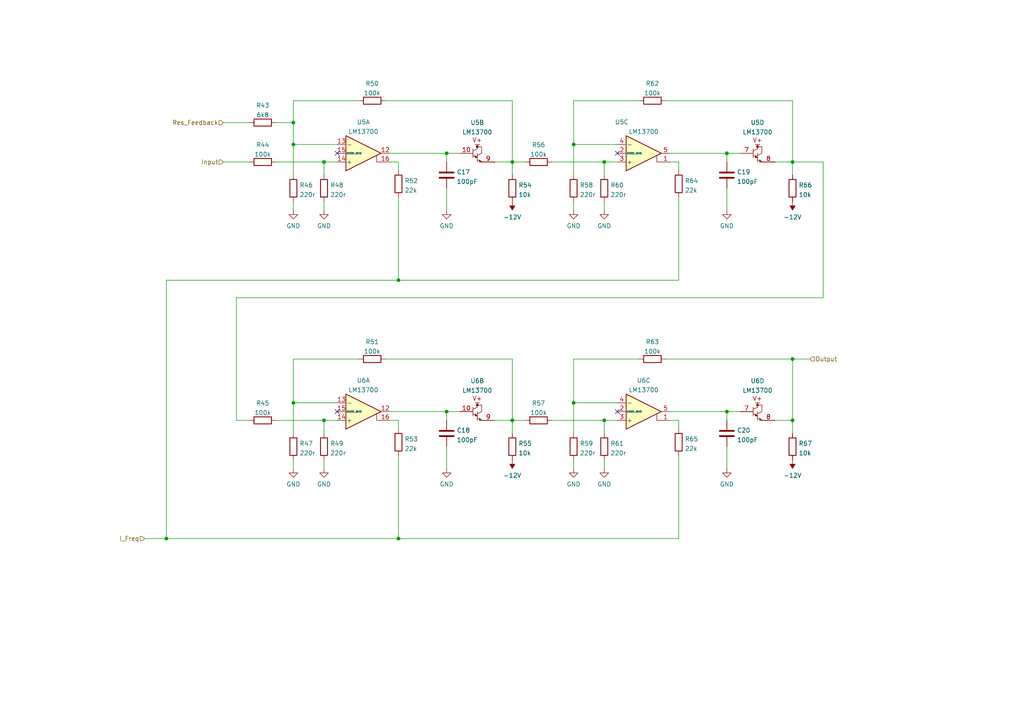
<source format=kicad_sch>
(kicad_sch (version 20211123) (generator eeschema)
  (paper "A4")
  (title_block (title "Magnum Percussion Instrument") (date "2022-06-15") (rev "r03") (comment 2 "creativecommons.org/licenses/by/4.0/") (comment 3 "License: CC BY 4.0") (comment 4 "Author: Guy John"))
  (lib_symbols
    (symbol "Amplifier_Operational:LM13700" (pin_names (offset 0.127))
      (property "Reference" "U" (at 3.81 5.08 0))
      (property "Value" "LM13700" (at 5.08 -5.08 0))
      (symbol "LM13700_1_1"
        (polyline (pts (xy 3.81 -0.635) (xy 3.81 -2.54) (xy 5.08 -2.54)))
        (polyline (pts (xy 5.08 0) (xy -5.08 -5.08) (xy -5.08 5.08) (xy 5.08 0)) (stroke (width 0.254)) (fill (type background)))
        (pin output line (at 7.62 0 180) (length 2.54) (name "~") (number "12"))
        (pin input line (at -7.62 2.54 0) (length 2.54) (name "-") (number "13"))
        (pin input line (at -7.62 -2.54 0) (length 2.54) (name "+") (number "14"))
        (pin input line (at -7.62 0 0) (length 2.54) (name "DIODE_BIAS") (number "15"))
        (pin input line (at 7.62 -2.54 180) (length 2.54) (name "~") (number "16"))
      )
      (symbol "LM13700_2_0"
        (polyline (pts (xy -1.905 2.54) (xy -3.175 2.54)))
      )
      (symbol "LM13700_2_1"
        (circle (center -2.54 1.905) (radius 0.254) (stroke (width 0.254)) (fill (type outline)))
        (polyline (pts (xy -3.81 -0.635) (xy -2.54 -1.27)))
        (polyline (pts (xy -3.81 1.27) (xy -3.81 -1.27)))
        (polyline (pts (xy -2.54 -1.905) (xy -1.27 -2.54)))
        (polyline (pts (xy -2.54 0) (xy -2.54 -2.54)))
        (polyline (pts (xy -3.81 0.635) (xy -2.54 1.27) (xy -2.54 1.905) (xy -2.54 2.54)))
        (polyline (pts (xy -2.54 -1.27) (xy -3.175 -0.635) (xy -3.175 -1.27) (xy -2.54 -1.27)) (fill (type outline)))
        (polyline (pts (xy -2.54 -0.635) (xy -1.27 0) (xy -1.27 1.905) (xy -2.54 1.905)))
        (polyline (pts (xy -1.27 -2.54) (xy -1.905 -1.905) (xy -1.905 -2.54) (xy -1.27 -2.54)) (fill (type outline)))
        (text "V+" (at -2.54 3.81 0) (effects (font (size 1.27 1.27))))
        (pin input line (at -7.62 0 0) (length 3.81) (name "~") (number "10"))
        (pin output line (at 2.54 -2.54 180) (length 3.81) (name "~") (number "9"))
      )
      (symbol "LM13700_3_1"
        (polyline (pts (xy 3.81 -0.635) (xy 3.81 -2.54) (xy 5.08 -2.54)))
        (polyline (pts (xy 5.08 0) (xy -5.08 -5.08) (xy -5.08 5.08) (xy 5.08 0)) (stroke (width 0.254)) (fill (type background)))
        (pin input line (at 7.62 -2.54 180) (length 2.54) (name "~") (number "1"))
        (pin input line (at -7.62 0 0) (length 2.54) (name "DIODE_BIAS") (number "2"))
        (pin input line (at -7.62 -2.54 0) (length 2.54) (name "+") (number "3"))
        (pin input line (at -7.62 2.54 0) (length 2.54) (name "-") (number "4"))
        (pin output line (at 7.62 0 180) (length 2.54) (name "~") (number "5"))
      )
      (symbol "LM13700_4_0"
        (polyline (pts (xy -3.175 2.54) (xy -1.905 2.54)))
        (text "V+" (at -2.54 3.81 0) (effects (font (size 1.27 1.27))))
      )
      (symbol "LM13700_4_1"
        (circle (center -2.54 1.905) (radius 0.254) (stroke (width 0.254)) (fill (type outline)))
        (polyline (pts (xy -3.81 -0.635) (xy -2.54 -1.27)))
        (polyline (pts (xy -3.81 1.27) (xy -3.81 -1.27)))
        (polyline (pts (xy -2.54 -1.905) (xy -1.27 -2.54)))
        (polyline (pts (xy -2.54 0) (xy -2.54 -2.54)))
        (polyline (pts (xy -3.81 0.635) (xy -2.54 1.27) (xy -2.54 2.54)))
        (polyline (pts (xy -2.54 -1.27) (xy -3.175 -0.635) (xy -3.175 -1.27) (xy -2.54 -1.27)) (fill (type outline)))
        (polyline (pts (xy -2.54 -0.635) (xy -1.27 0) (xy -1.27 1.905) (xy -2.54 1.905)))
        (polyline (pts (xy -1.27 -2.54) (xy -1.905 -1.905) (xy -1.905 -2.54) (xy -1.27 -2.54)) (fill (type outline)))
        (pin input line (at -7.62 0 0) (length 3.81) (name "~") (number "7"))
        (pin output line (at 2.54 -2.54 180) (length 3.81) (name "~") (number "8"))
      )
      (symbol "LM13700_5_1"
        (pin power_in line (at -2.54 7.62 270) (length 3.81) (name "V+") (number "11"))
        (pin power_in line (at -2.54 -7.62 90) (length 3.81) (name "V-") (number "6"))
      )
    )
    (symbol "Device:C" (pin_numbers hide) (pin_names (offset 0.254))
      (property "Reference" "C" (at 0.635 2.54 0))
      (property "Value" "C" (at 0.635 -2.54 0))
      (symbol "C_0_1"
        (polyline (pts (xy -2.032 -0.762) (xy 2.032 -0.762)) (stroke (width 0.508)))
        (polyline (pts (xy -2.032 0.762) (xy 2.032 0.762)) (stroke (width 0.508)))
      )
      (symbol "C_1_1"
        (pin passive line (at 0 3.81 270) (length 2.794) (name "~") (number "1"))
        (pin passive line (at 0 -3.81 90) (length 2.794) (name "~") (number "2"))
      )
    )
    (symbol "Device:R" (pin_numbers hide) (pin_names (offset 0))
      (property "Reference" "R" (at 2.032 0 90))
      (property "Value" "R" (at 0 0 90))
      (symbol "R_0_1"
        (rectangle (start -1.016 -2.54) (end 1.016 2.54) (stroke (width 0.254)))
      )
      (symbol "R_1_1"
        (pin passive line (at 0 3.81 270) (length 1.27) (name "~") (number "1"))
        (pin passive line (at 0 -3.81 90) (length 1.27) (name "~") (number "2"))
      )
    )
    (symbol "power:-12V" (power) (pin_names (offset 0))
      (property "Value" "-12V" (at 0 3.81 0))
      (symbol "-12V_0_0"
        (pin power_in line (at 0 0 90) (length 0) hide (name "-12V") (number "1"))
      )
      (symbol "-12V_0_1"
        (polyline (pts (xy 0 0) (xy 0 1.27) (xy 0.762 1.27) (xy 0 2.54) (xy -0.762 1.27) (xy 0 1.27)) (fill (type outline)))
      )
    )
    (symbol "power:GND" (power) (pin_names (offset 0))
      (property "Value" "GND" (at 0 -3.81 0))
      (symbol "GND_0_1"
        (polyline (pts (xy 0 0) (xy 0 -1.27) (xy 1.27 -1.27) (xy 0 -2.54) (xy -1.27 -1.27) (xy 0 -1.27)))
      )
      (symbol "GND_1_1"
        (pin power_in line (at 0 0 270) (length 0) hide (name "GND") (number "1"))
      )
    )
  )
  (junction (at 93.98 121.92))
  (junction (at 148.59 46.99))
  (junction (at 85.09 35.56))
  (junction (at 166.37 41.91))
  (junction (at 85.09 116.84))
  (junction (at 229.87 121.92))
  (junction (at 129.54 119.38))
  (junction (at 175.26 121.92))
  (junction (at 48.26 156.21))
  (junction (at 175.26 46.99))
  (junction (at 115.57 81.28))
  (junction (at 166.37 116.84))
  (junction (at 210.82 119.38))
  (junction (at 115.57 156.21))
  (junction (at 129.54 44.45))
  (junction (at 229.87 46.99))
  (junction (at 229.87 104.14))
  (junction (at 85.09 41.91))
  (junction (at 148.59 121.92))
  (junction (at 93.98 46.99))
  (junction (at 210.82 44.45))
  (no_connect (at 179.07 119.38))
  (no_connect (at 97.79 119.38))
  (no_connect (at 179.07 44.45))
  (no_connect (at 97.79 44.45))
  (wire (pts (xy 115.57 46.99) (xy 115.57 49.53)))
  (wire (pts (xy 115.57 132.08) (xy 115.57 156.21)))
  (wire (pts (xy 210.82 44.45) (xy 210.82 46.99)))
  (wire (pts (xy 166.37 29.21) (xy 185.42 29.21)))
  (wire (pts (xy 175.26 121.92) (xy 175.26 125.73)))
  (wire (pts (xy 196.85 121.92) (xy 196.85 124.46)))
  (wire (pts (xy 129.54 119.38) (xy 133.35 119.38)))
  (wire (pts (xy 196.85 46.99) (xy 196.85 49.53)))
  (wire (pts (xy 229.87 46.99) (xy 238.76 46.99)))
  (wire (pts (xy 143.51 46.99) (xy 148.59 46.99)))
  (wire (pts (xy 166.37 133.35) (xy 166.37 135.89)))
  (wire (pts (xy 175.26 133.35) (xy 175.26 135.89)))
  (wire (pts (xy 148.59 46.99) (xy 148.59 50.8)))
  (wire (pts (xy 93.98 121.92) (xy 93.98 125.73)))
  (wire (pts (xy 196.85 132.08) (xy 196.85 156.21)))
  (wire (pts (xy 175.26 46.99) (xy 175.26 50.8)))
  (wire (pts (xy 194.31 44.45) (xy 210.82 44.45)))
  (wire (pts (xy 113.03 121.92) (xy 115.57 121.92)))
  (wire (pts (xy 148.59 29.21) (xy 148.59 46.99)))
  (wire (pts (xy 85.09 125.73) (xy 85.09 116.84)))
  (wire (pts (xy 210.82 44.45) (xy 214.63 44.45)))
  (wire (pts (xy 193.04 104.14) (xy 229.87 104.14)))
  (wire (pts (xy 93.98 133.35) (xy 93.98 135.89)))
  (wire (pts (xy 238.76 46.99) (xy 238.76 86.36)))
  (wire (pts (xy 166.37 41.91) (xy 166.37 29.21)))
  (wire (pts (xy 179.07 46.99) (xy 175.26 46.99)))
  (wire (pts (xy 93.98 58.42) (xy 93.98 60.96)))
  (wire (pts (xy 194.31 121.92) (xy 196.85 121.92)))
  (wire (pts (xy 113.03 119.38) (xy 129.54 119.38)))
  (wire (pts (xy 175.26 58.42) (xy 175.26 60.96)))
  (wire (pts (xy 129.54 44.45) (xy 129.54 46.99)))
  (wire (pts (xy 143.51 121.92) (xy 148.59 121.92)))
  (wire (pts (xy 85.09 58.42) (xy 85.09 60.96)))
  (wire (pts (xy 85.09 116.84) (xy 97.79 116.84)))
  (wire (pts (xy 229.87 29.21) (xy 229.87 46.99)))
  (wire (pts (xy 64.77 46.99) (xy 72.39 46.99)))
  (wire (pts (xy 85.09 133.35) (xy 85.09 135.89)))
  (wire (pts (xy 166.37 116.84) (xy 166.37 104.14)))
  (wire (pts (xy 48.26 81.28) (xy 115.57 81.28)))
  (wire (pts (xy 210.82 129.54) (xy 210.82 135.89)))
  (wire (pts (xy 80.01 121.92) (xy 93.98 121.92)))
  (wire (pts (xy 166.37 116.84) (xy 179.07 116.84)))
  (wire (pts (xy 129.54 44.45) (xy 133.35 44.45)))
  (wire (pts (xy 194.31 46.99) (xy 196.85 46.99)))
  (wire (pts (xy 48.26 156.21) (xy 115.57 156.21)))
  (wire (pts (xy 229.87 104.14) (xy 229.87 121.92)))
  (wire (pts (xy 85.09 29.21) (xy 104.14 29.21)))
  (wire (pts (xy 196.85 57.15) (xy 196.85 81.28)))
  (wire (pts (xy 97.79 121.92) (xy 93.98 121.92)))
  (wire (pts (xy 85.09 41.91) (xy 97.79 41.91)))
  (wire (pts (xy 129.54 54.61) (xy 129.54 60.96)))
  (wire (pts (xy 166.37 125.73) (xy 166.37 116.84)))
  (wire (pts (xy 148.59 121.92) (xy 152.4 121.92)))
  (wire (pts (xy 210.82 119.38) (xy 214.63 119.38)))
  (wire (pts (xy 129.54 129.54) (xy 129.54 135.89)))
  (wire (pts (xy 85.09 104.14) (xy 104.14 104.14)))
  (wire (pts (xy 85.09 29.21) (xy 85.09 35.56)))
  (wire (pts (xy 179.07 121.92) (xy 175.26 121.92)))
  (wire (pts (xy 115.57 57.15) (xy 115.57 81.28)))
  (wire (pts (xy 68.58 86.36) (xy 68.58 121.92)))
  (wire (pts (xy 229.87 121.92) (xy 229.87 125.73)))
  (wire (pts (xy 111.76 29.21) (xy 148.59 29.21)))
  (wire (pts (xy 160.02 121.92) (xy 175.26 121.92)))
  (wire (pts (xy 68.58 121.92) (xy 72.39 121.92)))
  (wire (pts (xy 148.59 104.14) (xy 148.59 121.92)))
  (wire (pts (xy 111.76 104.14) (xy 148.59 104.14)))
  (wire (pts (xy 48.26 81.28) (xy 48.26 156.21)))
  (wire (pts (xy 80.01 46.99) (xy 93.98 46.99)))
  (wire (pts (xy 160.02 46.99) (xy 175.26 46.99)))
  (wire (pts (xy 93.98 46.99) (xy 93.98 50.8)))
  (wire (pts (xy 148.59 121.92) (xy 148.59 125.73)))
  (wire (pts (xy 210.82 54.61) (xy 210.82 60.96)))
  (wire (pts (xy 166.37 41.91) (xy 179.07 41.91)))
  (wire (pts (xy 193.04 29.21) (xy 229.87 29.21)))
  (wire (pts (xy 194.31 119.38) (xy 210.82 119.38)))
  (wire (pts (xy 113.03 44.45) (xy 129.54 44.45)))
  (wire (pts (xy 48.26 156.21) (xy 41.91 156.21)))
  (wire (pts (xy 148.59 46.99) (xy 152.4 46.99)))
  (wire (pts (xy 229.87 46.99) (xy 229.87 50.8)))
  (wire (pts (xy 115.57 81.28) (xy 196.85 81.28)))
  (wire (pts (xy 113.03 46.99) (xy 115.57 46.99)))
  (wire (pts (xy 238.76 86.36) (xy 68.58 86.36)))
  (wire (pts (xy 166.37 104.14) (xy 185.42 104.14)))
  (wire (pts (xy 85.09 41.91) (xy 85.09 50.8)))
  (wire (pts (xy 166.37 50.8) (xy 166.37 41.91)))
  (wire (pts (xy 224.79 121.92) (xy 229.87 121.92)))
  (wire (pts (xy 80.01 35.56) (xy 85.09 35.56)))
  (wire (pts (xy 115.57 156.21) (xy 196.85 156.21)))
  (wire (pts (xy 85.09 35.56) (xy 85.09 41.91)))
  (wire (pts (xy 210.82 119.38) (xy 210.82 121.92)))
  (wire (pts (xy 129.54 119.38) (xy 129.54 121.92)))
  (wire (pts (xy 97.79 46.99) (xy 93.98 46.99)))
  (wire (pts (xy 166.37 58.42) (xy 166.37 60.96)))
  (wire (pts (xy 115.57 121.92) (xy 115.57 124.46)))
  (wire (pts (xy 229.87 104.14) (xy 234.95 104.14)))
  (wire (pts (xy 64.77 35.56) (xy 72.39 35.56)))
  (wire (pts (xy 85.09 116.84) (xy 85.09 104.14)))
  (wire (pts (xy 224.79 46.99) (xy 229.87 46.99)))
  (hierarchical_label "Output" (shape input) (at 234.95 104.14 0))
  (hierarchical_label "I_Freq" (shape input) (at 41.91 156.21 180))
  (hierarchical_label "Res_Feedback" (shape input) (at 64.77 35.56 180))
  (hierarchical_label "Input" (shape input) (at 64.77 46.99 180))
  (symbol (lib_id "Device:R") (at 189.23 29.21 90) (unit 1)
    (property "Reference" "R62" (at 189.23 24.2275 90))
    (property "Value" "100k" (at 189.23 27.0026 90))
    (property "Footprint" "rumblesan-standard-parts:R_Axial_DIN0207_L6.3mm_D2.5mm_P10.16mm_Horizontal" (effects hide))
    (property "Tolerance" "1%" (effects hide))
  )
  (symbol (lib_id "Amplifier_Operational:LM13700") (at 222.25 119.38 0) (unit 4)
    (property "Reference" "U6" (at 219.71 110.4699 0))
    (property "Value" "LM13700" (at 219.71 113.245 0))
    (property "Footprint" "rumblesan-standard-parts:DIP-16_W7.62mm_Socket" (effects hide))
    (property "Datasheet" "http://www.ti.com/lit/ds/symlink/lm13700.pdf" (effects hide))
  )
  (symbol (lib_id "Device:R") (at 115.57 128.27 0) (unit 1)
    (property "Reference" "R53" (at 117.348 127.3615 0) (effects (justify left)))
    (property "Value" "22k" (at 117.348 130.1366 0) (effects (justify left)))
    (property "Footprint" "rumblesan-standard-parts:R_Axial_DIN0207_L6.3mm_D2.5mm_P10.16mm_Horizontal" (effects hide))
    (property "Tolerance" "1%" (effects hide))
  )
  (symbol (lib_id "Device:R") (at 148.59 129.54 0) (unit 1)
    (property "Reference" "R55" (at 150.368 128.6315 0) (effects (justify left)))
    (property "Value" "10k" (at 150.368 131.4066 0) (effects (justify left)))
    (property "Footprint" "rumblesan-standard-parts:R_Axial_DIN0207_L6.3mm_D2.5mm_P10.16mm_Horizontal" (effects hide))
    (property "Tolerance" "1%" (effects hide))
  )
  (symbol (lib_id "power:GND") (at 129.54 135.89 0) (unit 1)
    (property "Reference" "#PWR073" (effects hide))
    (property "Value" "GND" (at 129.54 140.4525 0))
  )
  (symbol (lib_id "Device:R") (at 76.2 121.92 90) (unit 1)
    (property "Reference" "R45" (at 76.2 116.9375 90))
    (property "Value" "100k" (at 76.2 119.7126 90))
    (property "Footprint" "rumblesan-standard-parts:R_Axial_DIN0207_L6.3mm_D2.5mm_P10.16mm_Horizontal" (effects hide))
    (property "Tolerance" "1%" (effects hide))
  )
  (symbol (lib_id "power:-12V") (at 148.59 133.35 180) (unit 1)
    (property "Reference" "#PWR075" (effects hide))
    (property "Value" "-12V" (at 148.59 137.9125 0))
  )
  (symbol (lib_id "Device:R") (at 115.57 53.34 0) (unit 1)
    (property "Reference" "R52" (at 117.348 52.4315 0) (effects (justify left)))
    (property "Value" "22k" (at 117.348 55.2066 0) (effects (justify left)))
    (property "Footprint" "rumblesan-standard-parts:R_Axial_DIN0207_L6.3mm_D2.5mm_P10.16mm_Horizontal" (effects hide))
    (property "Tolerance" "1%" (effects hide))
  )
  (symbol (lib_id "power:GND") (at 210.82 135.89 0) (unit 1)
    (property "Reference" "#PWR081" (effects hide))
    (property "Value" "GND" (at 210.82 140.4525 0))
  )
  (symbol (lib_id "power:GND") (at 129.54 60.96 0) (unit 1)
    (property "Reference" "#PWR072" (effects hide))
    (property "Value" "GND" (at 129.54 65.5225 0))
  )
  (symbol (lib_id "power:GND") (at 85.09 135.89 0) (unit 1)
    (property "Reference" "#PWR069" (effects hide))
    (property "Value" "GND" (at 85.09 140.4525 0))
  )
  (symbol (lib_id "power:-12V") (at 148.59 58.42 180) (unit 1)
    (property "Reference" "#PWR074" (effects hide))
    (property "Value" "-12V" (at 148.59 62.9825 0))
  )
  (symbol (lib_id "Device:R") (at 156.21 46.99 90) (unit 1)
    (property "Reference" "R56" (at 156.21 42.0075 90))
    (property "Value" "100k" (at 156.21 44.7826 90))
    (property "Footprint" "rumblesan-standard-parts:R_Axial_DIN0207_L6.3mm_D2.5mm_P10.16mm_Horizontal" (effects hide))
    (property "Tolerance" "1%" (effects hide))
  )
  (symbol (lib_id "power:GND") (at 166.37 135.89 0) (unit 1)
    (property "Reference" "#PWR077" (effects hide))
    (property "Value" "GND" (at 166.37 140.4525 0))
  )
  (symbol (lib_id "Device:R") (at 85.09 54.61 0) (unit 1)
    (property "Reference" "R46" (at 86.868 53.7015 0) (effects (justify left)))
    (property "Value" "220r" (at 86.868 56.4766 0) (effects (justify left)))
    (property "Footprint" "rumblesan-standard-parts:R_Axial_DIN0207_L6.3mm_D2.5mm_P10.16mm_Horizontal" (effects hide))
    (property "Tolerance" "1%" (effects hide))
  )
  (symbol (lib_id "Device:R") (at 93.98 54.61 0) (unit 1)
    (property "Reference" "R48" (at 95.758 53.7015 0) (effects (justify left)))
    (property "Value" "220r" (at 95.758 56.4766 0) (effects (justify left)))
    (property "Footprint" "rumblesan-standard-parts:R_Axial_DIN0207_L6.3mm_D2.5mm_P10.16mm_Horizontal" (effects hide))
    (property "Tolerance" "1%" (effects hide))
  )
  (symbol (lib_id "Device:R") (at 76.2 35.56 90) (unit 1)
    (property "Reference" "R43" (at 76.2 30.5775 90))
    (property "Value" "6k8" (at 76.2 33.3526 90))
    (property "Footprint" "rumblesan-standard-parts:R_Axial_DIN0207_L6.3mm_D2.5mm_P10.16mm_Horizontal" (effects hide))
    (property "Tolerance" "1%" (effects hide))
  )
  (symbol (lib_id "Device:R") (at 107.95 104.14 90) (unit 1)
    (property "Reference" "R51" (at 107.95 99.1575 90))
    (property "Value" "100k" (at 107.95 101.9326 90))
    (property "Footprint" "rumblesan-standard-parts:R_Axial_DIN0207_L6.3mm_D2.5mm_P10.16mm_Horizontal" (effects hide))
    (property "Tolerance" "1%" (effects hide))
  )
  (symbol (lib_id "Device:R") (at 156.21 121.92 90) (unit 1)
    (property "Reference" "R57" (at 156.21 116.9375 90))
    (property "Value" "100k" (at 156.21 119.7126 90))
    (property "Footprint" "rumblesan-standard-parts:R_Axial_DIN0207_L6.3mm_D2.5mm_P10.16mm_Horizontal" (effects hide))
    (property "Tolerance" "1%" (effects hide))
  )
  (symbol (lib_id "power:GND") (at 93.98 60.96 0) (unit 1)
    (property "Reference" "#PWR070" (effects hide))
    (property "Value" "GND" (at 93.98 65.5225 0))
  )
  (symbol (lib_id "Device:R") (at 229.87 129.54 0) (unit 1)
    (property "Reference" "R67" (at 231.648 128.6315 0) (effects (justify left)))
    (property "Value" "10k" (at 231.648 131.4066 0) (effects (justify left)))
    (property "Footprint" "rumblesan-standard-parts:R_Axial_DIN0207_L6.3mm_D2.5mm_P10.16mm_Horizontal" (effects hide))
    (property "Tolerance" "1%" (effects hide))
  )
  (symbol (lib_id "Device:R") (at 229.87 54.61 0) (unit 1)
    (property "Reference" "R66" (at 231.648 53.7015 0) (effects (justify left)))
    (property "Value" "10k" (at 231.648 56.4766 0) (effects (justify left)))
    (property "Footprint" "rumblesan-standard-parts:R_Axial_DIN0207_L6.3mm_D2.5mm_P10.16mm_Horizontal" (effects hide))
    (property "Tolerance" "1%" (effects hide))
  )
  (symbol (lib_id "Device:R") (at 189.23 104.14 90) (unit 1)
    (property "Reference" "R63" (at 189.23 99.1575 90))
    (property "Value" "100k" (at 189.23 101.9326 90))
    (property "Footprint" "rumblesan-standard-parts:R_Axial_DIN0207_L6.3mm_D2.5mm_P10.16mm_Horizontal" (effects hide))
    (property "Tolerance" "1%" (effects hide))
  )
  (symbol (lib_id "Amplifier_Operational:LM13700") (at 186.69 119.38 0) (unit 3)
    (property "Reference" "U6" (at 186.69 110.3335 0))
    (property "Value" "LM13700" (at 186.69 113.1086 0))
    (property "Footprint" "rumblesan-standard-parts:DIP-16_W7.62mm_Socket" (effects hide))
    (property "Datasheet" "http://www.ti.com/lit/ds/symlink/lm13700.pdf" (effects hide))
  )
  (symbol (lib_id "Amplifier_Operational:LM13700") (at 105.41 119.38 0) (unit 1)
    (property "Reference" "U6" (at 105.41 110.3335 0))
    (property "Value" "LM13700" (at 105.41 113.1086 0))
    (property "Footprint" "rumblesan-standard-parts:DIP-16_W7.62mm_Socket" (effects hide))
    (property "Datasheet" "http://www.ti.com/lit/ds/symlink/lm13700.pdf" (effects hide))
  )
  (symbol (lib_id "Amplifier_Operational:LM13700") (at 140.97 119.38 0) (unit 2)
    (property "Reference" "U6" (at 138.43 110.4699 0))
    (property "Value" "LM13700" (at 138.43 113.245 0))
    (property "Footprint" "rumblesan-standard-parts:DIP-16_W7.62mm_Socket" (effects hide))
    (property "Datasheet" "http://www.ti.com/lit/ds/symlink/lm13700.pdf" (effects hide))
  )
  (symbol (lib_id "power:-12V") (at 229.87 58.42 180) (unit 1)
    (property "Reference" "#PWR082" (effects hide))
    (property "Value" "-12V" (at 229.87 62.9825 0))
  )
  (symbol (lib_id "Device:R") (at 166.37 129.54 0) (unit 1)
    (property "Reference" "R59" (at 168.148 128.6315 0) (effects (justify left)))
    (property "Value" "220r" (at 168.148 131.4066 0) (effects (justify left)))
    (property "Footprint" "rumblesan-standard-parts:R_Axial_DIN0207_L6.3mm_D2.5mm_P10.16mm_Horizontal" (effects hide))
    (property "Tolerance" "1%" (effects hide))
  )
  (symbol (lib_id "Device:C") (at 210.82 125.73 180) (unit 1)
    (property "Reference" "C20" (at 213.741 124.8215 0) (effects (justify right)))
    (property "Value" "100pF" (at 213.741 127.5966 0) (effects (justify right)))
    (property "Footprint" "rumblesan-standard-parts:C_Rect_L7.0mm_W3.5mm_P5.00mm" (effects hide))
    (property "Spec" "film polypropylene" (effects hide))
    (property "Tolerance" "5%" (effects hide))
  )
  (symbol (lib_id "Device:R") (at 175.26 54.61 0) (unit 1)
    (property "Reference" "R60" (at 177.038 53.7015 0) (effects (justify left)))
    (property "Value" "220r" (at 177.038 56.4766 0) (effects (justify left)))
    (property "Footprint" "rumblesan-standard-parts:R_Axial_DIN0207_L6.3mm_D2.5mm_P10.16mm_Horizontal" (effects hide))
    (property "Tolerance" "1%" (effects hide))
  )
  (symbol (lib_id "Device:R") (at 107.95 29.21 90) (unit 1)
    (property "Reference" "R50" (at 107.95 24.2275 90))
    (property "Value" "100k" (at 107.95 27.0026 90))
    (property "Footprint" "rumblesan-standard-parts:R_Axial_DIN0207_L6.3mm_D2.5mm_P10.16mm_Horizontal" (effects hide))
    (property "Tolerance" "1%" (effects hide))
  )
  (symbol (lib_id "power:GND") (at 175.26 60.96 0) (unit 1)
    (property "Reference" "#PWR078" (effects hide))
    (property "Value" "GND" (at 175.26 65.5225 0))
  )
  (symbol (lib_id "power:GND") (at 166.37 60.96 0) (unit 1)
    (property "Reference" "#PWR076" (effects hide))
    (property "Value" "GND" (at 166.37 65.5225 0))
  )
  (symbol (lib_id "power:GND") (at 85.09 60.96 0) (unit 1)
    (property "Reference" "#PWR068" (effects hide))
    (property "Value" "GND" (at 85.09 65.5225 0))
  )
  (symbol (lib_id "Device:R") (at 196.85 53.34 0) (unit 1)
    (property "Reference" "R64" (at 198.628 52.4315 0) (effects (justify left)))
    (property "Value" "22k" (at 198.628 55.2066 0) (effects (justify left)))
    (property "Footprint" "rumblesan-standard-parts:R_Axial_DIN0207_L6.3mm_D2.5mm_P10.16mm_Horizontal" (effects hide))
    (property "Tolerance" "1%" (effects hide))
  )
  (symbol (lib_id "Device:R") (at 85.09 129.54 0) (unit 1)
    (property "Reference" "R47" (at 86.868 128.6315 0) (effects (justify left)))
    (property "Value" "220r" (at 86.868 131.4066 0) (effects (justify left)))
    (property "Footprint" "rumblesan-standard-parts:R_Axial_DIN0207_L6.3mm_D2.5mm_P10.16mm_Horizontal" (effects hide))
    (property "Tolerance" "1%" (effects hide))
  )
  (symbol (lib_id "Device:C") (at 210.82 50.8 180) (unit 1)
    (property "Reference" "C19" (at 213.741 49.8915 0) (effects (justify right)))
    (property "Value" "100pF" (at 213.741 52.6666 0) (effects (justify right)))
    (property "Footprint" "rumblesan-standard-parts:C_Rect_L7.0mm_W3.5mm_P5.00mm" (effects hide))
    (property "Spec" "film polypropylene" (effects hide))
    (property "Tolerance" "5%" (effects hide))
  )
  (symbol (lib_id "Device:R") (at 76.2 46.99 90) (unit 1)
    (property "Reference" "R44" (at 76.2 42.0075 90))
    (property "Value" "100k" (at 76.2 44.7826 90))
    (property "Footprint" "rumblesan-standard-parts:R_Axial_DIN0207_L6.3mm_D2.5mm_P10.16mm_Horizontal" (effects hide))
    (property "Tolerance" "1%" (effects hide))
  )
  (symbol (lib_id "Device:R") (at 166.37 54.61 0) (unit 1)
    (property "Reference" "R58" (at 168.148 53.7015 0) (effects (justify left)))
    (property "Value" "220r" (at 168.148 56.4766 0) (effects (justify left)))
    (property "Footprint" "rumblesan-standard-parts:R_Axial_DIN0207_L6.3mm_D2.5mm_P10.16mm_Horizontal" (effects hide))
    (property "Tolerance" "1%" (effects hide))
  )
  (symbol (lib_id "Amplifier_Operational:LM13700") (at 140.97 44.45 0) (unit 2)
    (property "Reference" "U5" (at 138.43 35.5399 0))
    (property "Value" "LM13700" (at 138.43 38.315 0))
    (property "Footprint" "rumblesan-standard-parts:DIP-16_W7.62mm_Socket" (effects hide))
    (property "Datasheet" "http://www.ti.com/lit/ds/symlink/lm13700.pdf" (effects hide))
  )
  (symbol (lib_id "power:GND") (at 175.26 135.89 0) (unit 1)
    (property "Reference" "#PWR079" (effects hide))
    (property "Value" "GND" (at 175.26 140.4525 0))
  )
  (symbol (lib_id "power:-12V") (at 229.87 133.35 180) (unit 1)
    (property "Reference" "#PWR083" (effects hide))
    (property "Value" "-12V" (at 229.87 137.9125 0))
  )
  (symbol (lib_id "Device:C") (at 129.54 125.73 180) (unit 1)
    (property "Reference" "C18" (at 132.461 124.8215 0) (effects (justify right)))
    (property "Value" "100pF" (at 132.461 127.5966 0) (effects (justify right)))
    (property "Footprint" "rumblesan-standard-parts:C_Rect_L7.0mm_W3.5mm_P5.00mm" (effects hide))
    (property "Spec" "film polypropylene" (effects hide))
    (property "Tolerance" "5%" (effects hide))
  )
  (symbol (lib_id "power:GND") (at 93.98 135.89 0) (unit 1)
    (property "Reference" "#PWR071" (effects hide))
    (property "Value" "GND" (at 93.98 140.4525 0))
  )
  (symbol (lib_id "Amplifier_Operational:LM13700") (at 105.41 44.45 0) (unit 1)
    (property "Reference" "U5" (at 105.41 35.4035 0))
    (property "Value" "LM13700" (at 105.41 38.1786 0))
    (property "Footprint" "rumblesan-standard-parts:DIP-16_W7.62mm_Socket" (effects hide))
    (property "Datasheet" "http://www.ti.com/lit/ds/symlink/lm13700.pdf" (effects hide))
  )
  (symbol (lib_id "power:GND") (at 210.82 60.96 0) (unit 1)
    (property "Reference" "#PWR080" (effects hide))
    (property "Value" "GND" (at 210.82 65.5225 0))
  )
  (symbol (lib_id "Amplifier_Operational:LM13700") (at 186.69 44.45 0) (unit 3)
    (property "Reference" "U5" (at 180.34 35.4035 0))
    (property "Value" "LM13700" (at 186.69 38.1786 0))
    (property "Footprint" "rumblesan-standard-parts:DIP-16_W7.62mm_Socket" (effects hide))
    (property "Datasheet" "http://www.ti.com/lit/ds/symlink/lm13700.pdf" (effects hide))
  )
  (symbol (lib_id "Device:R") (at 196.85 128.27 0) (unit 1)
    (property "Reference" "R65" (at 198.628 127.3615 0) (effects (justify left)))
    (property "Value" "22k" (at 198.628 130.1366 0) (effects (justify left)))
    (property "Footprint" "rumblesan-standard-parts:R_Axial_DIN0207_L6.3mm_D2.5mm_P10.16mm_Horizontal" (effects hide))
    (property "Tolerance" "1%" (effects hide))
  )
  (symbol (lib_id "Amplifier_Operational:LM13700") (at 222.25 44.45 0) (unit 4)
    (property "Reference" "U5" (at 219.71 35.5399 0))
    (property "Value" "LM13700" (at 219.71 38.315 0))
    (property "Footprint" "rumblesan-standard-parts:DIP-16_W7.62mm_Socket" (effects hide))
    (property "Datasheet" "http://www.ti.com/lit/ds/symlink/lm13700.pdf" (effects hide))
  )
  (symbol (lib_id "Device:R") (at 175.26 129.54 0) (unit 1)
    (property "Reference" "R61" (at 177.038 128.6315 0) (effects (justify left)))
    (property "Value" "220r" (at 177.038 131.4066 0) (effects (justify left)))
    (property "Footprint" "rumblesan-standard-parts:R_Axial_DIN0207_L6.3mm_D2.5mm_P10.16mm_Horizontal" (effects hide))
    (property "Tolerance" "1%" (effects hide))
  )
  (symbol (lib_id "Device:C") (at 129.54 50.8 180) (unit 1)
    (property "Reference" "C17" (at 132.461 49.8915 0) (effects (justify right)))
    (property "Value" "100pF" (at 132.461 52.6666 0) (effects (justify right)))
    (property "Footprint" "rumblesan-standard-parts:C_Rect_L7.0mm_W3.5mm_P5.00mm" (effects hide))
    (property "Spec" "film polypropylene" (effects hide))
    (property "Tolerance" "5%" (effects hide))
  )
  (symbol (lib_id "Device:R") (at 93.98 129.54 0) (unit 1)
    (property "Reference" "R49" (at 95.758 128.6315 0) (effects (justify left)))
    (property "Value" "220r" (at 95.758 131.4066 0) (effects (justify left)))
    (property "Footprint" "rumblesan-standard-parts:R_Axial_DIN0207_L6.3mm_D2.5mm_P10.16mm_Horizontal" (effects hide))
    (property "Tolerance" "1%" (effects hide))
  )
  (symbol (lib_id "Device:R") (at 148.59 54.61 0) (unit 1)
    (property "Reference" "R54" (at 150.368 53.7015 0) (effects (justify left)))
    (property "Value" "10k" (at 150.368 56.4766 0) (effects (justify left)))
    (property "Footprint" "rumblesan-standard-parts:R_Axial_DIN0207_L6.3mm_D2.5mm_P10.16mm_Horizontal" (effects hide))
    (property "Tolerance" "1%" (effects hide))
  )
)
</source>
